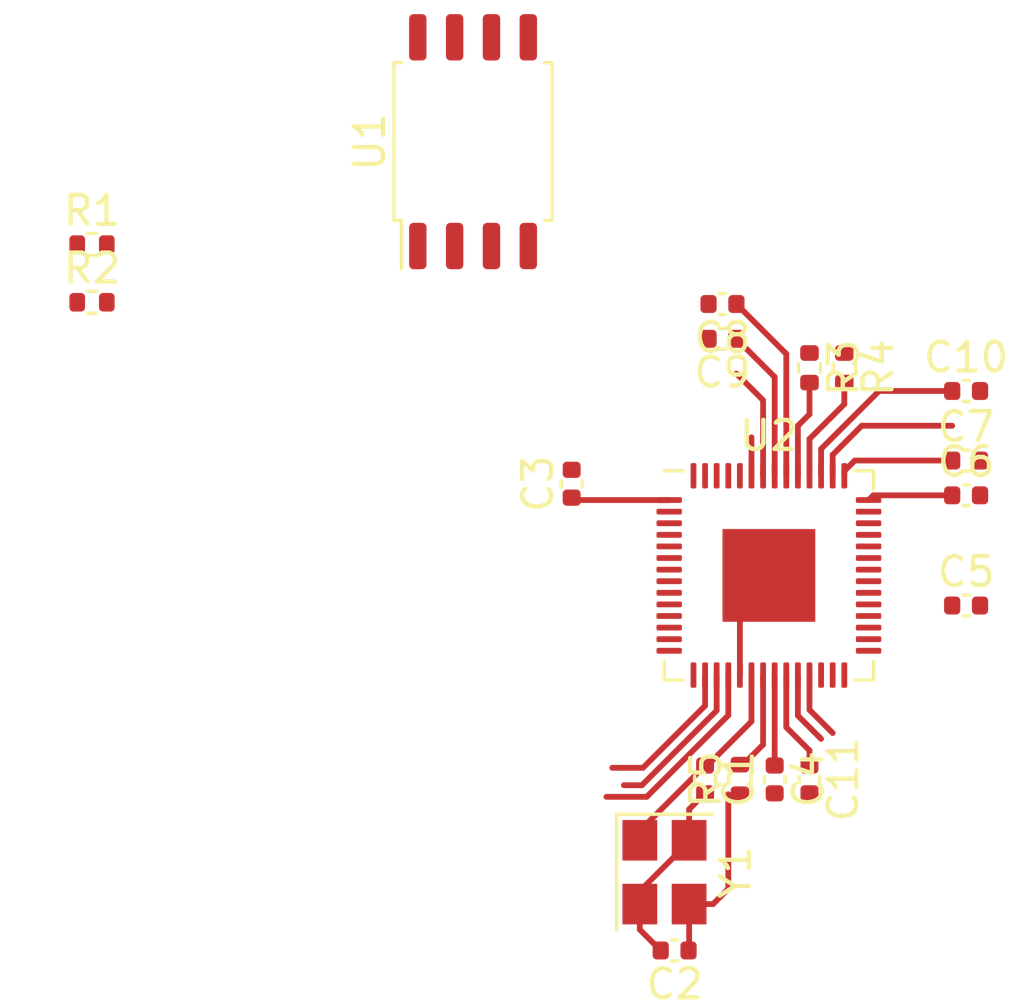
<source format=kicad_pcb>
(kicad_pcb (version 20221018) (generator pcbnew)
  (layers (0 "F.Cu" signal) (31 "B.Cu" signal) (34 "B.Paste" user) (35 "F.Paste" user) (36 "B.SilkS" user "B.Silkscreen") (37 "F.SilkS" user "F.Silkscreen") (38 "B.Mask" user) (39 "F.Mask" user) (44 "Edge.Cuts" user))
  (net 0 "")
  (net 1 "/QSPI_SS")
  (net 2 "/QSPI_SD1")
  (net 3 "/QSPI_SD2")
  (net 4 "GND")
  (net 5 "/QSPI_SD0")
  (net 6 "/QSPI_SCLK")
  (net 7 "/QSPI_SD3")
  (net 8 "+3V3")
  (net 9 "/GP0")
  (net 10 "/GP1")
  (net 11 "/GP2")
  (net 12 "/GP3")
  (net 13 "/GP4")
  (net 14 "/GP5")
  (net 15 "/GP6")
  (net 16 "/GP7")
  (net 17 "/GP8")
  (net 18 "/GP9")
  (net 19 "/GP10")
  (net 20 "/GP11")
  (net 21 "/GP12")
  (net 22 "/GP13")
  (net 23 "/GP14")
  (net 24 "/GP15")
  (net 25 "/HSE_IN")
  (net 26 "Net-(U2-XOUT)")
  (net 27 "+1V1")
  (net 28 "/SWCLK")
  (net 29 "/SWDIO")
  (net 30 "~{NRST}")
  (net 31 "/GP16")
  (net 32 "/GP17")
  (net 33 "/GP18")
  (net 34 "/GP19")
  (net 35 "/GP20")
  (net 36 "/GP21")
  (net 37 "/GP22")
  (net 38 "/GP23")
  (net 39 "/GP24")
  (net 40 "/GP25")
  (net 41 "/GP26")
  (net 42 "/GP27")
  (net 43 "/GP28")
  (net 44 "/GP29")
  (net 45 "Net-(U2-USB_DM)")
  (net 46 "Net-(U2-USB_DP)")
  (net 47 "/HSE_OUT")
  (net 48 "BOOT")
  (net 49 "/USB_DP")
  (net 50 "/USB_DM")
  (footprint "Capacitor_SMD:C_0402_1005Metric" (layer "F.Cu") (at 143.4 90.2 90)
    (fp_text reference "C3" (at 0 -1.16 90) (layer "F.SilkS"))
    (fp_text value "100n")
    (fp_line (start -0.107836 -0.36) (end 0.107836 -0.36) (stroke (width 0.12)) (layer "F.SilkS"))
    (fp_line (start -0.107836 0.36) (end 0.107836 0.36) (stroke (width 0.12)) (layer "F.SilkS"))
    (pad "1" smd roundrect (at -0.48 0 90) (size 0.56 0.62) (layers "F.Cu" "F.Paste" "F.Mask") (net 8 "+3V3"))
    (pad "2" smd roundrect (at 0.48 0 90) (size 0.56 0.62) (layers "F.Cu" "F.Paste" "F.Mask") (net 4 "GND"))
  )
  (footprint "Resistor_SMD:R_0402_1005Metric" (layer "F.Cu") (at 126.8625 83.94)
    (fp_text reference "R2" (at 0 -1.17) (layer "F.SilkS"))
    (fp_text value "1K")
    (fp_line (start -0.153641 -0.38) (end 0.153641 -0.38) (stroke (width 0.12)) (layer "F.SilkS"))
    (fp_line (start -0.153641 0.38) (end 0.153641 0.38) (stroke (width 0.12)) (layer "F.SilkS"))
    (pad "1" smd roundrect (at -0.51 0) (size 0.54 0.64) (layers "F.Cu" "F.Paste" "F.Mask") (net 1 "/QSPI_SS"))
    (pad "2" smd roundrect (at 0.51 0) (size 0.54 0.64) (layers "F.Cu" "F.Paste" "F.Mask") (net 48 "BOOT"))
  )
  (footprint "Capacitor_SMD:C_0402_1005Metric" (layer "F.Cu") (at 157 89.4)
    (fp_text reference "C7" (at 0 -1.16) (layer "F.SilkS"))
    (fp_text value "100n")
    (fp_line (start -0.107836 -0.36) (end 0.107836 -0.36) (stroke (width 0.12)) (layer "F.SilkS"))
    (fp_line (start -0.107836 0.36) (end 0.107836 0.36) (stroke (width 0.12)) (layer "F.SilkS"))
    (pad "1" smd roundrect (at -0.48 0) (size 0.56 0.62) (layers "F.Cu" "F.Paste" "F.Mask") (net 8 "+3V3"))
    (pad "2" smd roundrect (at 0.48 0) (size 0.56 0.62) (layers "F.Cu" "F.Paste" "F.Mask") (net 4 "GND"))
  )
  (footprint "Capacitor_SMD:C_0402_1005Metric" (layer "F.Cu") (at 148.6 84 180)
    (fp_text reference "C8" (at 0 -1.16) (layer "F.SilkS"))
    (fp_text value "100n")
    (fp_line (start -0.107836 -0.36) (end 0.107836 -0.36) (stroke (width 0.12)) (layer "F.SilkS"))
    (fp_line (start -0.107836 0.36) (end 0.107836 0.36) (stroke (width 0.12)) (layer "F.SilkS"))
    (pad "1" smd roundrect (at -0.48 0 180) (size 0.56 0.62) (layers "F.Cu" "F.Paste" "F.Mask") (net 8 "+3V3"))
    (pad "2" smd roundrect (at 0.48 0 180) (size 0.56 0.62) (layers "F.Cu" "F.Paste" "F.Mask") (net 4 "GND"))
  )
  (footprint "Capacitor_SMD:C_0402_1005Metric" (layer "F.Cu") (at 157 87)
    (fp_text reference "C10" (at 0 -1.16) (layer "F.SilkS"))
    (fp_text value "100n")
    (fp_line (start -0.107836 -0.36) (end 0.107836 -0.36) (stroke (width 0.12)) (layer "F.SilkS"))
    (fp_line (start -0.107836 0.36) (end 0.107836 0.36) (stroke (width 0.12)) (layer "F.SilkS"))
    (pad "1" smd roundrect (at -0.48 0) (size 0.56 0.62) (layers "F.Cu" "F.Paste" "F.Mask") (net 27 "+1V1"))
    (pad "2" smd roundrect (at 0.48 0) (size 0.56 0.62) (layers "F.Cu" "F.Paste" "F.Mask") (net 4 "GND"))
  )
  (footprint "Resistor_SMD:R_0402_1005Metric" (layer "F.Cu") (at 149.2 100.4 90)
    (fp_text reference "R5" (at 0 -1.17 90) (layer "F.SilkS"))
    (fp_text value "1K")
    (fp_line (start -0.153641 -0.38) (end 0.153641 -0.38) (stroke (width 0.12)) (layer "F.SilkS"))
    (fp_line (start -0.153641 0.38) (end 0.153641 0.38) (stroke (width 0.12)) (layer "F.SilkS"))
    (pad "1" smd roundrect (at -0.51 0 90) (size 0.54 0.64) (layers "F.Cu" "F.Paste" "F.Mask") (net 47 "/HSE_OUT"))
    (pad "2" smd roundrect (at 0.51 0 90) (size 0.54 0.64) (layers "F.Cu" "F.Paste" "F.Mask") (net 26 "Net-(U2-XOUT)"))
  )
  (footprint "Resistor_SMD:R_0402_1005Metric" (layer "F.Cu") (at 126.8625 81.95)
    (fp_text reference "R1" (at 0 -1.17) (layer "F.SilkS"))
    (fp_text value "1K (NC)")
    (fp_line (start -0.153641 -0.38) (end 0.153641 -0.38) (stroke (width 0.12)) (layer "F.SilkS"))
    (fp_line (start -0.153641 0.38) (end 0.153641 0.38) (stroke (width 0.12)) (layer "F.SilkS"))
    (pad "1" smd roundrect (at -0.51 0) (size 0.54 0.64) (layers "F.Cu" "F.Paste" "F.Mask") (net 8 "+3V3"))
    (pad "2" smd roundrect (at 0.51 0) (size 0.54 0.64) (layers "F.Cu" "F.Paste" "F.Mask") (net 1 "/QSPI_SS"))
  )
  (footprint "Resistor_SMD:R_0402_1005Metric" (layer "F.Cu") (at 151.6 86.2 -90)
    (fp_text reference "R3" (at 0 -1.17 90) (layer "F.SilkS"))
    (fp_text value "27")
    (fp_line (start -0.153641 -0.38) (end 0.153641 -0.38) (stroke (width 0.12)) (layer "F.SilkS"))
    (fp_line (start -0.153641 0.38) (end 0.153641 0.38) (stroke (width 0.12)) (layer "F.SilkS"))
    (pad "1" smd roundrect (at -0.51 0 270) (size 0.54 0.64) (layers "F.Cu" "F.Paste" "F.Mask") (net 49 "/USB_DP"))
    (pad "2" smd roundrect (at 0.51 0 270) (size 0.54 0.64) (layers "F.Cu" "F.Paste" "F.Mask") (net 46 "Net-(U2-USB_DP)"))
  )
  (footprint "Capacitor_SMD:C_0402_1005Metric" (layer "F.Cu") (at 151.6 100.4 -90)
    (fp_text reference "C11" (at 0 -1.16 90) (layer "F.SilkS"))
    (fp_text value "100n")
    (fp_line (start -0.107836 -0.36) (end 0.107836 -0.36) (stroke (width 0.12)) (layer "F.SilkS"))
    (fp_line (start -0.107836 0.36) (end 0.107836 0.36) (stroke (width 0.12)) (layer "F.SilkS"))
    (pad "1" smd roundrect (at -0.48 0 270) (size 0.56 0.62) (layers "F.Cu" "F.Paste" "F.Mask") (net 27 "+1V1"))
    (pad "2" smd roundrect (at 0.48 0 270) (size 0.56 0.62) (layers "F.Cu" "F.Paste" "F.Mask") (net 4 "GND"))
  )
  (footprint "Capacitor_SMD:C_0402_1005Metric" (layer "F.Cu") (at 150.4 100.4 -90)
    (fp_text reference "C4" (at 0 -1.16 90) (layer "F.SilkS"))
    (fp_text value "100n")
    (fp_line (start -0.107836 -0.36) (end 0.107836 -0.36) (stroke (width 0.12)) (layer "F.SilkS"))
    (fp_line (start -0.107836 0.36) (end 0.107836 0.36) (stroke (width 0.12)) (layer "F.SilkS"))
    (pad "1" smd roundrect (at -0.48 0 270) (size 0.56 0.62) (layers "F.Cu" "F.Paste" "F.Mask") (net 8 "+3V3"))
    (pad "2" smd roundrect (at 0.48 0 270) (size 0.56 0.62) (layers "F.Cu" "F.Paste" "F.Mask") (net 4 "GND"))
  )
  (footprint "Capacitor_SMD:C_0402_1005Metric" (layer "F.Cu") (at 157 94.4)
    (fp_text reference "C5" (at 0 -1.16) (layer "F.SilkS"))
    (fp_text value "100n")
    (fp_line (start -0.107836 -0.36) (end 0.107836 -0.36) (stroke (width 0.12)) (layer "F.SilkS"))
    (fp_line (start -0.107836 0.36) (end 0.107836 0.36) (stroke (width 0.12)) (layer "F.SilkS"))
    (pad "1" smd roundrect (at -0.48 0) (size 0.56 0.62) (layers "F.Cu" "F.Paste" "F.Mask") (net 8 "+3V3"))
    (pad "2" smd roundrect (at 0.48 0) (size 0.56 0.62) (layers "F.Cu" "F.Paste" "F.Mask") (net 4 "GND"))
  )
  (footprint "Capacitor_SMD:C_0402_1005Metric" (layer "F.Cu") (at 148 100.4 -90)
    (fp_text reference "C1" (at 0 -1.16 90) (layer "F.SilkS"))
    (fp_text value "10p")
    (fp_line (start -0.107836 -0.36) (end 0.107836 -0.36) (stroke (width 0.12)) (layer "F.SilkS"))
    (fp_line (start -0.107836 0.36) (end 0.107836 0.36) (stroke (width 0.12)) (layer "F.SilkS"))
    (pad "1" smd roundrect (at -0.48 0 270) (size 0.56 0.62) (layers "F.Cu" "F.Paste" "F.Mask") (net 25 "/HSE_IN"))
    (pad "2" smd roundrect (at 0.48 0 270) (size 0.56 0.62) (layers "F.Cu" "F.Paste" "F.Mask") (net 4 "GND"))
  )
  (footprint "Crystal:Crystal_SMD_3225-4Pin_3.2x2.5mm" (layer "F.Cu") (at 146.6 103.6 -90)
    (fp_text reference "Y1" (at 0 -2.45 90) (layer "F.SilkS"))
    (fp_text value "12 MHz")
    (fp_line (start -2 -1.65) (end -2 1.65) (stroke (width 0.12)) (layer "F.SilkS"))
    (fp_line (start -2 1.65) (end 2 1.65) (stroke (width 0.12)) (layer "F.SilkS"))
    (pad "1" smd rect (at -1.1 0.85 270) (size 1.4 1.2) (layers "F.Cu" "F.Paste" "F.Mask") (net 25 "/HSE_IN"))
    (pad "2" smd rect (at 1.1 0.85 270) (size 1.4 1.2) (layers "F.Cu" "F.Paste" "F.Mask") (net 4 "GND"))
    (pad "3" smd rect (at 1.1 -0.85 270) (size 1.4 1.2) (layers "F.Cu" "F.Paste" "F.Mask") (net 47 "/HSE_OUT"))
    (pad "4" smd rect (at -1.1 -0.85 270) (size 1.4 1.2) (layers "F.Cu" "F.Paste" "F.Mask") (net 4 "GND"))
  )
  (footprint "Resistor_SMD:R_0402_1005Metric" (layer "F.Cu") (at 152.8 86.2 -90)
    (fp_text reference "R4" (at 0 -1.17 90) (layer "F.SilkS"))
    (fp_text value "27")
    (fp_line (start -0.153641 -0.38) (end 0.153641 -0.38) (stroke (width 0.12)) (layer "F.SilkS"))
    (fp_line (start -0.153641 0.38) (end 0.153641 0.38) (stroke (width 0.12)) (layer "F.SilkS"))
    (pad "1" smd roundrect (at -0.51 0 270) (size 0.54 0.64) (layers "F.Cu" "F.Paste" "F.Mask") (net 50 "/USB_DM"))
    (pad "2" smd roundrect (at 0.51 0 270) (size 0.54 0.64) (layers "F.Cu" "F.Paste" "F.Mask") (net 45 "Net-(U2-USB_DM)"))
  )
  (footprint "Capacitor_SMD:C_0402_1005Metric" (layer "F.Cu") (at 146.95 106.3 180)
    (fp_text reference "C2" (at 0 -1.16) (layer "F.SilkS"))
    (fp_text value "10p")
    (fp_line (start -0.107836 -0.36) (end 0.107836 -0.36) (stroke (width 0.12)) (layer "F.SilkS"))
    (fp_line (start -0.107836 0.36) (end 0.107836 0.36) (stroke (width 0.12)) (layer "F.SilkS"))
    (pad "1" smd roundrect (at -0.48 0 180) (size 0.56 0.62) (layers "F.Cu" "F.Paste" "F.Mask") (net 47 "/HSE_OUT"))
    (pad "2" smd roundrect (at 0.48 0 180) (size 0.56 0.62) (layers "F.Cu" "F.Paste" "F.Mask") (net 4 "GND"))
  )
  (footprint "Capacitor_SMD:C_0402_1005Metric" (layer "F.Cu") (at 157 90.6)
    (fp_text reference "C6" (at 0 -1.16) (layer "F.SilkS"))
    (fp_text value "100n")
    (fp_line (start -0.107836 -0.36) (end 0.107836 -0.36) (stroke (width 0.12)) (layer "F.SilkS"))
    (fp_line (start -0.107836 0.36) (end 0.107836 0.36) (stroke (width 0.12)) (layer "F.SilkS"))
    (pad "1" smd roundrect (at -0.48 0) (size 0.56 0.62) (layers "F.Cu" "F.Paste" "F.Mask") (net 8 "+3V3"))
    (pad "2" smd roundrect (at 0.48 0) (size 0.56 0.62) (layers "F.Cu" "F.Paste" "F.Mask") (net 4 "GND"))
  )
  (footprint "Package_SO:SOIC-8_5.23x5.23mm_P1.27mm" (layer "F.Cu") (at 140 78.4 90)
    (fp_text reference "U1" (at 0 -3.56 90) (layer "F.SilkS"))
    (fp_text value "W25Q128JVS")
    (fp_line (start -2.725 -2.725) (end -2.725 -2.465) (stroke (width 0.12)) (layer "F.SilkS"))
    (fp_line (start -2.725 -2.465) (end -4.4 -2.465) (stroke (width 0.12)) (layer "F.SilkS"))
    (fp_line (start -2.725 2.725) (end -2.725 2.465) (stroke (width 0.12)) (layer "F.SilkS"))
    (fp_line (start 0 -2.725) (end -2.725 -2.725) (stroke (width 0.12)) (layer "F.SilkS"))
    (fp_line (start 0 -2.725) (end 2.725 -2.725) (stroke (width 0.12)) (layer "F.SilkS"))
    (fp_line (start 0 2.725) (end -2.725 2.725) (stroke (width 0.12)) (layer "F.SilkS"))
    (fp_line (start 0 2.725) (end 2.725 2.725) (stroke (width 0.12)) (layer "F.SilkS"))
    (fp_line (start 2.725 -2.725) (end 2.725 -2.465) (stroke (width 0.12)) (layer "F.SilkS"))
    (fp_line (start 2.725 2.725) (end 2.725 2.465) (stroke (width 0.12)) (layer "F.SilkS"))
    (pad "1" smd roundrect (at -3.6 -1.905 90) (size 1.6 0.6) (layers "F.Cu" "F.Paste" "F.Mask") (net 1 "/QSPI_SS"))
    (pad "2" smd roundrect (at -3.6 -0.635 90) (size 1.6 0.6) (layers "F.Cu" "F.Paste" "F.Mask") (net 2 "/QSPI_SD1"))
    (pad "3" smd roundrect (at -3.6 0.635 90) (size 1.6 0.6) (layers "F.Cu" "F.Paste" "F.Mask") (net 3 "/QSPI_SD2"))
    (pad "4" smd roundrect (at -3.6 1.905 90) (size 1.6 0.6) (layers "F.Cu" "F.Paste" "F.Mask") (net 4 "GND"))
    (pad "5" smd roundrect (at 3.6 1.905 90) (size 1.6 0.6) (layers "F.Cu" "F.Paste" "F.Mask") (net 5 "/QSPI_SD0"))
    (pad "6" smd roundrect (at 3.6 0.635 90) (size 1.6 0.6) (layers "F.Cu" "F.Paste" "F.Mask") (net 6 "/QSPI_SCLK"))
    (pad "7" smd roundrect (at 3.6 -0.635 90) (size 1.6 0.6) (layers "F.Cu" "F.Paste" "F.Mask") (net 7 "/QSPI_SD3"))
    (pad "8" smd roundrect (at 3.6 -1.905 90) (size 1.6 0.6) (layers "F.Cu" "F.Paste" "F.Mask") (net 8 "+3V3"))
  )
  (footprint "Capacitor_SMD:C_0402_1005Metric" (layer "F.Cu") (at 148.6 85.2 180)
    (fp_text reference "C9" (at 0 -1.16) (layer "F.SilkS"))
    (fp_text value "100n")
    (fp_line (start -0.107836 -0.36) (end 0.107836 -0.36) (stroke (width 0.12)) (layer "F.SilkS"))
    (fp_line (start -0.107836 0.36) (end 0.107836 0.36) (stroke (width 0.12)) (layer "F.SilkS"))
    (pad "1" smd roundrect (at -0.48 0 180) (size 0.56 0.62) (layers "F.Cu" "F.Paste" "F.Mask") (net 8 "+3V3"))
    (pad "2" smd roundrect (at 0.48 0 180) (size 0.56 0.62) (layers "F.Cu" "F.Paste" "F.Mask") (net 4 "GND"))
  )
  (footprint "Package_DFN_QFN:QFN-56-1EP_7x7mm_P0.4mm_EP3.2x3.2mm" (layer "F.Cu") (at 150.2 93.3625)
    (fp_text reference "U2" (at 0 -4.82) (layer "F.SilkS"))
    (fp_text value "RP2040")
    (fp_line (start -3.61 3.61) (end -3.61 2.96) (stroke (width 0.12)) (layer "F.SilkS"))
    (fp_line (start -2.96 -3.61) (end -3.61 -3.61) (stroke (width 0.12)) (layer "F.SilkS"))
    (fp_line (start -2.96 3.61) (end -3.61 3.61) (stroke (width 0.12)) (layer "F.SilkS"))
    (fp_line (start 2.96 -3.61) (end 3.61 -3.61) (stroke (width 0.12)) (layer "F.SilkS"))
    (fp_line (start 2.96 3.61) (end 3.61 3.61) (stroke (width 0.12)) (layer "F.SilkS"))
    (fp_line (start 3.61 -3.61) (end 3.61 -2.96) (stroke (width 0.12)) (layer "F.SilkS"))
    (fp_line (start 3.61 3.61) (end 3.61 2.96) (stroke (width 0.12)) (layer "F.SilkS"))
    (pad "1" smd roundrect (at -3.4375 -2.6) (size 0.875 0.2) (layers "F.Cu" "F.Paste" "F.Mask") (net 8 "+3V3"))
    (pad "2" smd roundrect (at -3.4375 -2.2) (size 0.875 0.2) (layers "F.Cu" "F.Paste" "F.Mask") (net 9 "/GP0"))
    (pad "3" smd roundrect (at -3.4375 -1.8) (size 0.875 0.2) (layers "F.Cu" "F.Paste" "F.Mask") (net 10 "/GP1"))
    (pad "4" smd roundrect (at -3.4375 -1.4) (size 0.875 0.2) (layers "F.Cu" "F.Paste" "F.Mask") (net 11 "/GP2"))
    (pad "5" smd roundrect (at -3.4375 -1) (size 0.875 0.2) (layers "F.Cu" "F.Paste" "F.Mask") (net 12 "/GP3"))
    (pad "6" smd roundrect (at -3.4375 -0.6) (size 0.875 0.2) (layers "F.Cu" "F.Paste" "F.Mask") (net 13 "/GP4"))
    (pad "7" smd roundrect (at -3.4375 -0.2) (size 0.875 0.2) (layers "F.Cu" "F.Paste" "F.Mask") (net 14 "/GP5"))
    (pad "8" smd roundrect (at -3.4375 0.2) (size 0.875 0.2) (layers "F.Cu" "F.Paste" "F.Mask") (net 15 "/GP6"))
    (pad "9" smd roundrect (at -3.4375 0.6) (size 0.875 0.2) (layers "F.Cu" "F.Paste" "F.Mask") (net 16 "/GP7"))
    (pad "10" smd roundrect (at -3.4375 1) (size 0.875 0.2) (layers "F.Cu" "F.Paste" "F.Mask") (net 8 "+3V3"))
    (pad "11" smd roundrect (at -3.4375 1.4) (size 0.875 0.2) (layers "F.Cu" "F.Paste" "F.Mask") (net 17 "/GP8"))
    (pad "12" smd roundrect (at -3.4375 1.8) (size 0.875 0.2) (layers "F.Cu" "F.Paste" "F.Mask") (net 18 "/GP9"))
    (pad "13" smd roundrect (at -3.4375 2.2) (size 0.875 0.2) (layers "F.Cu" "F.Paste" "F.Mask") (net 19 "/GP10"))
    (pad "14" smd roundrect (at -3.4375 2.6) (size 0.875 0.2) (layers "F.Cu" "F.Paste" "F.Mask") (net 20 "/GP11"))
    (pad "15" smd roundrect (at -2.6 3.4375) (size 0.2 0.875) (layers "F.Cu" "F.Paste" "F.Mask") (net 21 "/GP12"))
    (pad "16" smd roundrect (at -2.2 3.4375) (size 0.2 0.875) (layers "F.Cu" "F.Paste" "F.Mask") (net 22 "/GP13"))
    (pad "17" smd roundrect (at -1.8 3.4375) (size 0.2 0.875) (layers "F.Cu" "F.Paste" "F.Mask") (net 23 "/GP14"))
    (pad "18" smd roundrect (at -1.4 3.4375) (size 0.2 0.875) (layers "F.Cu" "F.Paste" "F.Mask") (net 24 "/GP15"))
    (pad "19" smd roundrect (at -1 3.4375) (size 0.2 0.875) (layers "F.Cu" "F.Paste" "F.Mask") (net 4 "GND"))
    (pad "20" smd roundrect (at -0.6 3.4375) (size 0.2 0.875) (layers "F.Cu" "F.Paste" "F.Mask") (net 25 "/HSE_IN"))
    (pad "21" smd roundrect (at -0.2 3.4375) (size 0.2 0.875) (layers "F.Cu" "F.Paste" "F.Mask") (net 26 "Net-(U2-XOUT)"))
    (pad "22" smd roundrect (at 0.2 3.4375) (size 0.2 0.875) (layers "F.Cu" "F.Paste" "F.Mask") (net 8 "+3V3"))
    (pad "23" smd roundrect (at 0.6 3.4375) (size 0.2 0.875) (layers "F.Cu" "F.Paste" "F.Mask") (net 27 "+1V1"))
    (pad "24" smd roundrect (at 1 3.4375) (size 0.2 0.875) (layers "F.Cu" "F.Paste" "F.Mask") (net 28 "/SWCLK"))
    (pad "25" smd roundrect (at 1.4 3.4375) (size 0.2 0.875) (layers "F.Cu" "F.Paste" "F.Mask") (net 29 "/SWDIO"))
    (pad "26" smd roundrect (at 1.8 3.4375) (size 0.2 0.875) (layers "F.Cu" "F.Paste" "F.Mask") (net 30 "~{NRST}"))
    (pad "27" smd roundrect (at 2.2 3.4375) (size 0.2 0.875) (layers "F.Cu" "F.Paste" "F.Mask") (net 31 "/GP16"))
    (pad "28" smd roundrect (at 2.6 3.4375) (size 0.2 0.875) (layers "F.Cu" "F.Paste" "F.Mask") (net 32 "/GP17"))
    (pad "29" smd roundrect (at 3.4375 2.6) (size 0.875 0.2) (layers "F.Cu" "F.Paste" "F.Mask") (net 33 "/GP18"))
    (pad "30" smd roundrect (at 3.4375 2.2) (size 0.875 0.2) (layers "F.Cu" "F.Paste" "F.Mask") (net 34 "/GP19"))
    (pad "31" smd roundrect (at 3.4375 1.8) (size 0.875 0.2) (layers "F.Cu" "F.Paste" "F.Mask") (net 35 "/GP20"))
    (pad "32" smd roundrect (at 3.4375 1.4) (size 0.875 0.2) (layers "F.Cu" "F.Paste" "F.Mask") (net 36 "/GP21"))
    (pad "33" smd roundrect (at 3.4375 1) (size 0.875 0.2) (layers "F.Cu" "F.Paste" "F.Mask") (net 8 "+3V3"))
    (pad "34" smd roundrect (at 3.4375 0.6) (size 0.875 0.2) (layers "F.Cu" "F.Paste" "F.Mask") (net 37 "/GP22"))
    (pad "35" smd roundrect (at 3.4375 0.2) (size 0.875 0.2) (layers "F.Cu" "F.Paste" "F.Mask") (net 38 "/GP23"))
    (pad "36" smd roundrect (at 3.4375 -0.2) (size 0.875 0.2) (layers "F.Cu" "F.Paste" "F.Mask") (net 39 "/GP24"))
    (pad "37" smd roundrect (at 3.4375 -0.6) (size 0.875 0.2) (layers "F.Cu" "F.Paste" "F.Mask") (net 40 "/GP25"))
    (pad "38" smd roundrect (at 3.4375 -1) (size 0.875 0.2) (layers "F.Cu" "F.Paste" "F.Mask") (net 41 "/GP26"))
    (pad "39" smd roundrect (at 3.4375 -1.4) (size 0.875 0.2) (layers "F.Cu" "F.Paste" "F.Mask") (net 42 "/GP27"))
    (pad "40" smd roundrect (at 3.4375 -1.8) (size 0.875 0.2) (layers "F.Cu" "F.Paste" "F.Mask") (net 43 "/GP28"))
    (pad "41" smd roundrect (at 3.4375 -2.2) (size 0.875 0.2) (layers "F.Cu" "F.Paste" "F.Mask") (net 44 "/GP29"))
    (pad "42" smd roundrect (at 3.4375 -2.6) (size 0.875 0.2) (layers "F.Cu" "F.Paste" "F.Mask") (net 8 "+3V3"))
    (pad "43" smd roundrect (at 2.6 -3.4375) (size 0.2 0.875) (layers "F.Cu" "F.Paste" "F.Mask") (net 8 "+3V3"))
    (pad "44" smd roundrect (at 2.2 -3.4375) (size 0.2 0.875) (layers "F.Cu" "F.Paste" "F.Mask") (net 8 "+3V3"))
    (pad "45" smd roundrect (at 1.8 -3.4375) (size 0.2 0.875) (layers "F.Cu" "F.Paste" "F.Mask") (net 27 "+1V1"))
    (pad "46" smd roundrect (at 1.4 -3.4375) (size 0.2 0.875) (layers "F.Cu" "F.Paste" "F.Mask") (net 45 "Net-(U2-USB_DM)"))
    (pad "47" smd roundrect (at 1 -3.4375) (size 0.2 0.875) (layers "F.Cu" "F.Paste" "F.Mask") (net 46 "Net-(U2-USB_DP)"))
    (pad "48" smd roundrect (at 0.6 -3.4375) (size 0.2 0.875) (layers "F.Cu" "F.Paste" "F.Mask") (net 8 "+3V3"))
    (pad "49" smd roundrect (at 0.2 -3.4375) (size 0.2 0.875) (layers "F.Cu" "F.Paste" "F.Mask") (net 8 "+3V3"))
    (pad "50" smd roundrect (at -0.2 -3.4375) (size 0.2 0.875) (layers "F.Cu" "F.Paste" "F.Mask") (net 27 "+1V1"))
    (pad "51" smd roundrect (at -0.6 -3.4375) (size 0.2 0.875) (layers "F.Cu" "F.Paste" "F.Mask") (net 7 "/QSPI_SD3"))
    (pad "52" smd roundrect (at -1 -3.4375) (size 0.2 0.875) (layers "F.Cu" "F.Paste" "F.Mask") (net 6 "/QSPI_SCLK"))
    (pad "53" smd roundrect (at -1.4 -3.4375) (size 0.2 0.875) (layers "F.Cu" "F.Paste" "F.Mask") (net 5 "/QSPI_SD0"))
    (pad "54" smd roundrect (at -1.8 -3.4375) (size 0.2 0.875) (layers "F.Cu" "F.Paste" "F.Mask") (net 3 "/QSPI_SD2"))
    (pad "55" smd roundrect (at -2.2 -3.4375) (size 0.2 0.875) (layers "F.Cu" "F.Paste" "F.Mask") (net 2 "/QSPI_SD1"))
    (pad "56" smd roundrect (at -2.6 -3.4375) (size 0.2 0.875) (layers "F.Cu" "F.Paste" "F.Mask") (net 1 "/QSPI_SS"))
    (pad "57" smd rect (at 0 0) (size 3.2 3.2) (layers "F.Cu" "F.Mask") (net 4 "GND"))
  )
  (segment (start 149.2 96.8) (end 149.2 94.3625) (width 0.2) (layer "F.Cu") (net 4))
  (segment (start 145.75 105.58) (end 146.47 106.3) (width 0.2) (layer "F.Cu") (net 4))
  (segment (start 147.45 102.55) (end 147.45 102.5) (width 0.2) (layer "F.Cu") (net 4))
  (segment (start 145.75 104.25) (end 147.45 102.55) (width 0.2) (layer "F.Cu") (net 4))
  (segment (start 145.75 104.7) (end 145.75 105.58) (width 0.2) (layer "F.Cu") (net 4))
  (segment (start 145.75 104.7) (end 145.75 104.25) (width 0.2) (layer "F.Cu") (net 4))
  (segment (start 149.2 94.3625) (end 150.2 93.3625) (width 0.2) (layer "F.Cu") (net 4))
  (segment (start 147.45 102.5) (end 147.45 101.43) (width 0.2) (layer "F.Cu") (net 4))
  (segment (start 147.45 101.43) (end 148 100.88) (width 0.2) (layer "F.Cu") (net 4))
  (segment (start 149.6 89.925) (end 149.6 88.6) (width 0.2) (layer "F.Cu") (net 7))
  (segment (start 143.4825 90.7625) (end 143.4 90.68) (width 0.2) (layer "F.Cu") (net 8))
  (segment (start 156.52 88.2) (end 153.4 88.2) (width 0.2) (layer "F.Cu") (net 8))
  (segment (start 150.8 89.925) (end 150.8 85.72) (width 0.2) (layer "F.Cu") (net 8))
  (segment (start 146.7625 90.7625) (end 143.4825 90.7625) (width 0.2) (layer "F.Cu") (net 8))
  (segment (start 150.4 96.8) (end 150.4 99.92) (width 0.2) (layer "F.Cu") (net 8))
  (segment (start 156.52 89.4) (end 153.1625 89.4) (width 0.2) (layer "F.Cu") (net 8))
  (segment (start 149.08 85.2) (end 150.4 86.52) (width 0.2) (layer "F.Cu") (net 8))
  (segment (start 153.6375 90.7625) (end 153.8 90.6) (width 0.2) (layer "F.Cu") (net 8))
  (segment (start 153.1625 89.4) (end 152.8 89.7625) (width 0.2) (layer "F.Cu") (net 8))
  (segment (start 150.4 86.52) (end 150.4 89.925) (width 0.2) (layer "F.Cu") (net 8))
  (segment (start 152.8 89.7625) (end 152.8 89.925) (width 0.2) (layer "F.Cu") (net 8))
  (segment (start 150.8 85.72) (end 149.08 84) (width 0.2) (layer "F.Cu") (net 8))
  (segment (start 152.4 89.2) (end 152.4 89.925) (width 0.2) (layer "F.Cu") (net 8))
  (segment (start 153.4 88.2) (end 152.4 89.2) (width 0.2) (layer "F.Cu") (net 8))
  (segment (start 153.8 90.6) (end 156.52 90.6) (width 0.2) (layer "F.Cu") (net 8))
  (segment (start 145.856374 100) (end 144.8 100) (width 0.2) (layer "F.Cu") (net 22))
  (segment (start 148 97.856374) (end 145.856374 100) (width 0.2) (layer "F.Cu") (net 22))
  (segment (start 148 96.8) (end 148 97.856374) (width 0.2) (layer "F.Cu") (net 22))
  (segment (start 148.4 98.02206) (end 145.82206 100.6) (width 0.2) (layer "F.Cu") (net 23))
  (segment (start 148.4 96.8) (end 148.4 98.02206) (width 0.2) (layer "F.Cu") (net 23))
  (segment (start 145.82206 100.6) (end 145.2 100.6) (width 0.2) (layer "F.Cu") (net 23))
  (segment (start 148.8 98.187746) (end 145.987746 101) (width 0.2) (layer "F.Cu") (net 24))
  (segment (start 145.987746 101) (end 144.6 101) (width 0.2) (layer "F.Cu") (net 24))
  (segment (start 148.8 96.8) (end 148.8 98.187746) (width 0.2) (layer "F.Cu") (net 24))
  (segment (start 148.08 99.92) (end 148 99.92) (width 0.2) (layer "F.Cu") (net 25))
  (segment (start 149.6 96.8) (end 149.6 98.4) (width 0.2) (layer "F.Cu") (net 25))
  (segment (start 149.6 98.4) (end 148.08 99.92) (width 0.2) (layer "F.Cu") (net 25))
  (segment (start 148 99.92) (end 145.75 102.17) (width 0.2) (layer "F.Cu") (net 25))
  (segment (start 145.75 102.17) (end 145.75 102.5) (width 0.2) (layer "F.Cu") (net 25))
  (segment (start 149.31 99.89) (end 149.2 99.89) (width 0.2) (layer "F.Cu") (net 26))
  (segment (start 150 96.8) (end 150 99.2) (width 0.2) (layer "F.Cu") (net 26))
  (segment (start 150 99.2) (end 149.31 99.89) (width 0.2) (layer "F.Cu") (net 26))
  (segment (start 150.8 98.6) (end 151.6 99.4) (width 0.2) (layer "F.Cu") (net 27))
  (segment (start 152 89) (end 154 87) (width 0.2) (layer "F.Cu") (net 27))
  (segment (start 154 87) (end 156.52 87) (width 0.2) (layer "F.Cu") (net 27))
  (segment (start 149.08 86.4) (end 150 87.32) (width 0.2) (layer "F.Cu") (net 27))
  (segment (start 152 89.925) (end 152 89) (width 0.2) (layer "F.Cu") (net 27))
  (segment (start 150 87.32) (end 150 89.925) (width 0.2) (layer "F.Cu") (net 27))
  (segment (start 151.6 99.4) (end 151.6 99.92) (width 0.2) (layer "F.Cu") (net 27))
  (segment (start 150.8 96.8) (end 150.8 98.6) (width 0.2) (layer "F.Cu") (net 27))
  (segment (start 151.2 96.8) (end 151.2 98.2) (width 0.2) (layer "F.Cu") (net 28))
  (segment (start 151.2 98.2) (end 152 99) (width 0.2) (layer "F.Cu") (net 28))
  (segment (start 151.6 96.8) (end 151.6 98) (width 0.2) (layer "F.Cu") (net 29))
  (segment (start 151.6 98) (end 152.4 98.8) (width 0.2) (layer "F.Cu") (net 29))
  (segment (start 152.8 86.71) (end 152.8 87.455) (width 0.2) (layer "F.Cu") (net 45))
  (segment (start 151.6 88.655) (end 151.6 89.925) (width 0.2) (layer "F.Cu") (net 45))
  (segment (start 152.8 87.455) (end 151.6 88.655) (width 0.2) (layer "F.Cu") (net 45))
  (segment (start 151.2 88.2) (end 151.2 89.925) (width 0.2) (layer "F.Cu") (net 46))
  (segment (start 151.6 87.8) (end 151.2 88.2) (width 0.2) (layer "F.Cu") (net 46))
  (segment (start 151.6 86.71) (end 151.6 87.8) (width 0.2) (layer "F.Cu") (net 46))
  (segment (start 147.45 104.7) (end 147.45 106.28) (width 0.2) (layer "F.Cu") (net 47))
  (segment (start 147.45 106.28) (end 147.43 106.3) (width 0.2) (layer "F.Cu") (net 47))
  (segment (start 148.275 104.7) (end 147.45 104.7) (width 0.2) (layer "F.Cu") (net 47))
  (segment (start 148.8 104.175) (end 148.275 104.7) (width 0.2) (layer "F.Cu") (net 47))
  (segment (start 148.8 100.91) (end 148.8 104.175) (width 0.2) (layer "F.Cu") (net 47))
)
</source>
